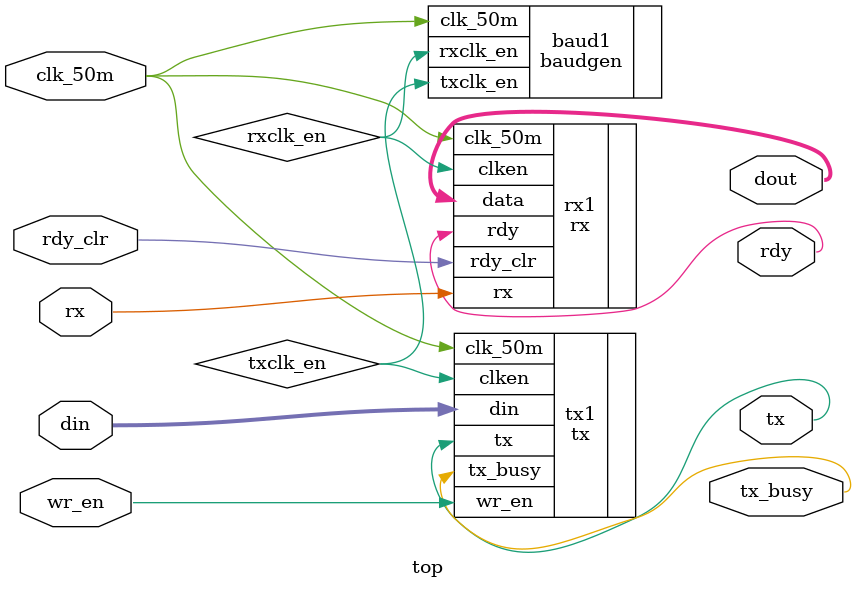
<source format=v>
`timescale 1ns / 1ps

module top(input wire [7:0] din,
	    input wire wr_en,
	    input wire clk_50m,
	    output wire tx,
	    output wire tx_busy,
	    input wire rx,
	    output wire rdy,
	    input wire rdy_clr,
	    output wire [7:0] dout);

wire rxclk_en, txclk_en;

baudgen baud1(.clk_50m(clk_50m),
			.rxclk_en(rxclk_en),
			.txclk_en(txclk_en));
tx tx1(.din(din),
		    .wr_en(wr_en),
		    .clk_50m(clk_50m),
		    .clken(txclk_en),
		    .tx(tx),
		    .tx_busy(tx_busy));
rx rx1(.rx(rx),
		 .rdy(rdy),
		 .rdy_clr(rdy_clr),
		 .clk_50m(clk_50m),
		 .clken(rxclk_en),
		 .data(dout));

endmodule


</source>
